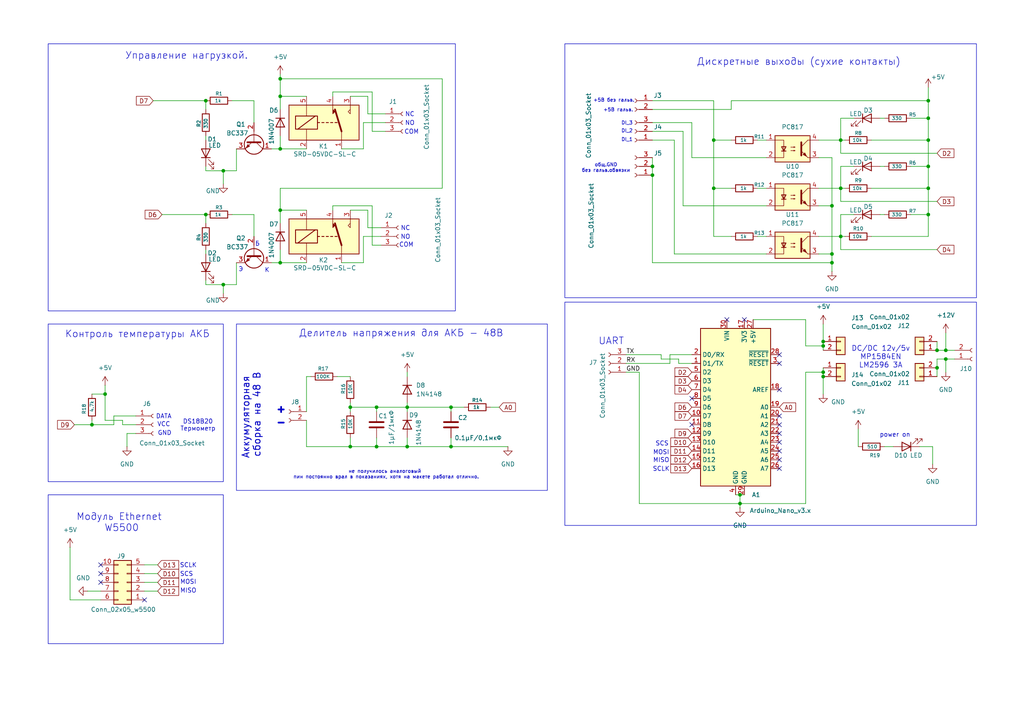
<source format=kicad_sch>
(kicad_sch (version 20250114) (generator "eeschema") (generator_version "9.0")
  (paper "A4")
  (lib_symbols
    (symbol "Connector:Conn_01x02_Socket" (pin_names (offset 1.016) (hide yes))
      (property "Reference" "J" (at 0 2.54 0))
      (property "Value" "Conn_01x02_Socket" (at 0 -5.08 0))
      (symbol "Conn_01x02_Socket_1_1"
        (pin passive line (at -5.08 0 0) (length 3.81) (name "Pin_1") (number "1"))
        (pin passive line (at -5.08 -2.54 0) (length 3.81) (name "Pin_2") (number "2"))
      )
    )
    (symbol "Connector:Conn_01x03_Socket" (pin_names (offset 1.016) (hide yes))
      (property "Reference" "J" (at 0 5.08 0))
      (property "Value" "Conn_01x03_Socket" (at 0 -5.08 0))
      (symbol "Conn_01x03_Socket_1_1"
        (pin passive line (at -5.08 2.54 0) (length 3.81) (name "Pin_1") (number "1"))
        (pin passive line (at -5.08 0 0) (length 3.81) (name "Pin_2") (number "2"))
        (pin passive line (at -5.08 -2.54 0) (length 3.81) (name "Pin_3") (number "3"))
      )
    )
    (symbol "Connector_Generic:Conn_01x02" (pin_names (offset 1.016) (hide yes))
      (property "Reference" "J" (at 0 2.54 0))
      (property "Value" "Conn_01x02" (at 0 -5.08 0))
      (symbol "Conn_01x02_1_1"
        (pin passive line (at -5.08 0 0) (length 3.81) (name "Pin_1") (number "1"))
        (pin passive line (at -5.08 -2.54 0) (length 3.81) (name "Pin_2") (number "2"))
      )
    )
    (symbol "Device:C" (pin_numbers (hide yes)) (pin_names (offset 0.254))
      (property "Reference" "C" (at 0.635 2.54 0))
      (property "Value" "C" (at 0.635 -2.54 0))
      (symbol "C_1_1"
        (pin passive line (at 0 3.81 270) (length 2.794) (name "~") (number "1"))
        (pin passive line (at 0 -3.81 90) (length 2.794) (name "~") (number "2"))
      )
    )
    (symbol "Device:LED" (pin_numbers (hide yes)) (pin_names (offset 1.016) (hide yes))
      (property "Reference" "D" (at 0 2.54 0))
      (property "Value" "LED" (at 0 -2.54 0))
      (symbol "LED_1_1"
        (pin passive line (at -3.81 0 0) (length 2.54) (name "K") (number "1"))
        (pin passive line (at 3.81 0 180) (length 2.54) (name "A") (number "2"))
      )
    )
    (symbol "Device:R" (pin_numbers (hide yes)) (pin_names (offset 0))
      (property "Reference" "R" (at 2.032 0 90))
      (property "Value" "R" (at 0 0 90))
      (symbol "R_1_1"
        (pin passive line (at 0 3.81 270) (length 1.27) (name "~") (number "1"))
        (pin passive line (at 0 -3.81 90) (length 1.27) (name "~") (number "2"))
      )
    )
    (symbol "Diode:1N4007" (pin_numbers (hide yes)) (pin_names (hide yes))
      (property "Reference" "D" (at 0 2.54 0))
      (property "Value" "1N4007" (at 0 -2.54 0))
      (symbol "1N4007_1_1"
        (pin passive line (at -3.81 0 0) (length 2.54) (name "K") (number "1"))
        (pin passive line (at 3.81 0 180) (length 2.54) (name "A") (number "2"))
      )
    )
    (symbol "Diode:1N4148" (pin_numbers (hide yes)) (pin_names (hide yes))
      (property "Reference" "D" (at 0 2.54 0))
      (property "Value" "1N4148" (at 0 -2.54 0))
      (symbol "1N4148_1_1"
        (pin passive line (at -3.81 0 0) (length 2.54) (name "K") (number "1"))
        (pin passive line (at 3.81 0 180) (length 2.54) (name "A") (number "2"))
      )
    )
    (symbol "Isolator:PC817" (pin_names (offset 1.016))
      (property "Reference" "U" (at -5.08 5.08 0))
      (property "Value" "PC817" (at 0 5.08 0))
      (symbol "PC817_1_1"
        (pin passive line (at -7.62 2.54 0) (length 2.54) (name "~") (number "1"))
        (pin passive line (at -7.62 -2.54 0) (length 2.54) (name "~") (number "2"))
        (pin passive line (at 7.62 2.54 180) (length 2.54) (name "~") (number "4"))
        (pin passive line (at 7.62 -2.54 180) (length 2.54) (name "~") (number "3"))
      )
    )
    (symbol "MCU_Module:Arduino_Nano_v3.x"
      (property "Reference" "A" (at -10.16 23.495 0))
      (property "Value" "Arduino_Nano_v3.x" (at 5.08 -24.13 0))
      (symbol "Arduino_Nano_v3.x_1_1"
        (pin bidirectional line (at -12.7 15.24 0) (length 2.54) (name "D0/RX") (number "2"))
        (pin bidirectional line (at -12.7 12.7 0) (length 2.54) (name "D1/TX") (number "1"))
        (pin bidirectional line (at -12.7 10.16 0) (length 2.54) (name "D2") (number "5"))
        (pin bidirectional line (at -12.7 7.62 0) (length 2.54) (name "D3") (number "6"))
        (pin bidirectional line (at -12.7 5.08 0) (length 2.54) (name "D4") (number "7"))
        (pin bidirectional line (at -12.7 2.54 0) (length 2.54) (name "D5") (number "8"))
        (pin bidirectional line (at -12.7 0 0) (length 2.54) (name "D6") (number "9"))
        (pin bidirectional line (at -12.7 -2.54 0) (length 2.54) (name "D7") (number "10"))
        (pin bidirectional line (at -12.7 -5.08 0) (length 2.54) (name "D8") (number "11"))
        (pin bidirectional line (at -12.7 -7.62 0) (length 2.54) (name "D9") (number "12"))
        (pin bidirectional line (at -12.7 -10.16 0) (length 2.54) (name "D10") (number "13"))
        (pin bidirectional line (at -12.7 -12.7 0) (length 2.54) (name "D11") (number "14"))
        (pin bidirectional line (at -12.7 -15.24 0) (length 2.54) (name "D12") (number "15"))
        (pin bidirectional line (at -12.7 -17.78 0) (length 2.54) (name "D13") (number "16"))
        (pin power_in line (at -2.54 25.4 270) (length 2.54) (name "VIN") (number "30"))
        (pin power_in line (at 0 -25.4 90) (length 2.54) (name "GND") (number "4"))
        (pin power_out line (at 2.54 25.4 270) (length 2.54) (name "3V3") (number "17"))
        (pin power_in line (at 2.54 -25.4 90) (length 2.54) (name "GND") (number "29"))
        (pin power_out line (at 5.08 25.4 270) (length 2.54) (name "+5V") (number "27"))
        (pin input line (at 12.7 15.24 180) (length 2.54) (name "~{RESET}") (number "28"))
        (pin input line (at 12.7 12.7 180) (length 2.54) (name "~{RESET}") (number "3"))
        (pin input line (at 12.7 5.08 180) (length 2.54) (name "AREF") (number "18"))
        (pin bidirectional line (at 12.7 0 180) (length 2.54) (name "A0") (number "19"))
        (pin bidirectional line (at 12.7 -2.54 180) (length 2.54) (name "A1") (number "20"))
        (pin bidirectional line (at 12.7 -5.08 180) (length 2.54) (name "A2") (number "21"))
        (pin bidirectional line (at 12.7 -7.62 180) (length 2.54) (name "A3") (number "22"))
        (pin bidirectional line (at 12.7 -10.16 180) (length 2.54) (name "A4") (number "23"))
        (pin bidirectional line (at 12.7 -12.7 180) (length 2.54) (name "A5") (number "24"))
        (pin bidirectional line (at 12.7 -15.24 180) (length 2.54) (name "A6") (number "25"))
        (pin bidirectional line (at 12.7 -17.78 180) (length 2.54) (name "A7") (number "26"))
      )
    )
    (symbol "Relay:SANYOU_SRD_Form_C"
      (property "Reference" "K" (at 11.43 3.81 0))
      (property "Value" "SANYOU_SRD_Form_C" (at 11.43 1.27 0))
      (symbol "SANYOU_SRD_Form_C_1_1"
        (pin passive line (at -5.08 7.62 270) (length 2.54) (name "~") (number "5"))
        (pin passive line (at -5.08 -7.62 90) (length 2.54) (name "~") (number "2"))
        (pin passive line (at 2.54 7.62 270) (length 2.54) (name "~") (number "4"))
        (pin passive line (at 5.08 -7.62 90) (length 2.54) (name "~") (number "1"))
        (pin passive line (at 7.62 7.62 270) (length 2.54) (name "~") (number "3"))
      )
    )
    (symbol "Transistor_BJT:BC337" (pin_names (offset 0) (hide yes))
      (property "Reference" "Q" (at 5.08 1.905 0))
      (property "Value" "BC337" (at 5.08 0 0))
      (symbol "BC337_1_1"
        (pin input line (at -5.08 0 0) (length 2.54) (name "B") (number "2"))
        (pin passive line (at 2.54 5.08 270) (length 2.54) (name "C") (number "1"))
        (pin passive line (at 2.54 -5.08 90) (length 2.54) (name "E") (number "3"))
      )
    )
    (symbol "module Arduino:Conn_02x05_w5500" (pin_names (offset 1.016) (hide yes))
      (property "Reference" "J" (at -7.62 1.27 90))
      (property "Value" "Conn_02x05_w5500" (at 7.62 1.27 90))
      (symbol "Conn_02x05_w5500_1_1"
        (pin passive line (at -5.08 7.62 270) (length 3.81) (name "+5") (number "6"))
        (pin passive line (at -5.08 -5.08 90) (length 3.81) (name "Pin_1") (number "1"))
        (pin passive line (at -2.54 7.62 270) (length 3.81) (name "GND") (number "7"))
        (pin passive line (at -2.54 -5.08 90) (length 3.81) (name "MISO") (number "2"))
        (pin passive line (at 0 7.62 270) (length 3.81) (name "Pin_8") (number "8"))
        (pin passive line (at 0 -5.08 90) (length 3.81) (name "MOSI") (number "3"))
        (pin passive line (at 2.54 7.62 270) (length 3.81) (name "Pin_9") (number "9"))
        (pin passive line (at 2.54 -5.08 90) (length 3.81) (name "SCS") (number "4"))
        (pin passive line (at 5.08 7.62 270) (length 3.81) (name "Pin_10") (number "10"))
        (pin passive line (at 5.08 -5.08 90) (length 3.81) (name "SCLK") (number "5"))
      )
    )
    (symbol "power:+12V" (power) (pin_numbers (hide yes)) (pin_names (offset 0) (hide yes))
      (property "Value" "+12V" (at 0 3.556 0))
      (symbol "+12V_1_1"
        (pin power_in line (at 0 0 90) (length 0) (name "~") (number "1"))
      )
    )
    (symbol "power:+5V" (power) (pin_numbers (hide yes)) (pin_names (offset 0) (hide yes))
      (property "Value" "+5V" (at 0 3.556 0))
      (symbol "+5V_1_1"
        (pin power_in line (at 0 0 90) (length 0) (name "~") (number "1"))
      )
    )
    (symbol "power:GND" (power) (pin_numbers (hide yes)) (pin_names (offset 0) (hide yes))
      (property "Value" "GND" (at 0 -3.81 0))
      (symbol "GND_1_1"
        (pin power_in line (at 0 0 270) (length 0) (name "~") (number "1"))
      )
    )
  )
  (rectangle (start 163.83 12.7) (end 283.21 86.36))
  (rectangle (start 163.83 87.63) (end 283.21 152.4))
  (rectangle (start 13.97 143.51) (end 64.77 186.69))
  (rectangle (start 13.97 12.7) (end 132.08 90.17))
  (rectangle (start 68.58 93.98) (end 158.75 142.24))
  (rectangle (start 13.97 93.98) (end 64.77 139.7))
  (text "Управление нагрузкой. " (at 54.864 16.256 0) (effects (font (size 2 2))))
  (text "SCS" (at 54.102 166.624 0) (effects (font (size 1.27 1.27))))
  (text "DI_3" (at 181.864 35.814 0) (effects (font (size 1 1))))
  (text "DI_2" (at 181.864 38.1 0) (effects (font (size 1 1))))
  (text "Аккумуляторная \nсборка на 48 В" (at 72.898 120.396 90) (effects (font (size 2 2) (thickness 0.25))))
  (text "Модуль Ethernet \nW5500\n" (at 35.306 151.638 0) (effects (font (size 2 2))))
  (text "COM" (at 117.856 71.12 0) (effects (font (size 1.27 1.27))))
  (text "UART" (at 177.292 99.06 0) (effects (font (size 2 2))))
  (text "COM" (at 119.38 38.354 0) (effects (font (size 1.27 1.27))))
  (text "SCLK" (at 54.61 164.084 0) (effects (font (size 1.27 1.27))))
  (text "DS18B20\nТермометр" (at 57.404 123.444 0) (effects (font (size 1.27 1.27))))
  (text "DATA" (at 47.498 120.904 0) (effects (font (size 1.27 1.27))))
  (text "SCLK" (at 191.77 136.144 0) (effects (font (size 1.27 1.27))))
  (text "SCS" (at 192.024 128.778 0) (effects (font (size 1.27 1.27))))
  (text "MOSI" (at 191.77 131.318 0) (effects (font (size 1.27 1.27))))
  (text "К" (at 77.47 78.486 0) (effects (font (size 1.27 1.27))))
  (text "NC" (at 117.602 66.294 0) (effects (font (size 1.27 1.27))))
  (text "VCC" (at 47.498 123.19 0) (effects (font (size 1.27 1.27))))
  (text "Контроль температуры АКБ" (at 39.878 97.028 0) (effects (font (size 2 2))))
  (text "Б" (at 74.676 70.866 0) (effects (font (size 1.27 1.27))))
  (text "GND" (at 47.752 125.73 0) (effects (font (size 1.27 1.27))))
  (text "MISO" (at 191.77 133.604 0) (effects (font (size 1.27 1.27))))
  (text "общ.GND\nбез гальв.обвязки" (at 175.768 48.768 0) (effects (font (size 1 1))))
  (text "+5В гальв." (at 179.324 32.004 0) (effects (font (size 1 1))))
  (text "NO" (at 118.872 35.814 0) (effects (font (size 1.27 1.27))))
  (text "+" (at 81.534 118.872 0) (effects (font (size 2 2) (thickness 0.8) (bold yes))))
  (text "Э" (at 69.85 78.232 0) (effects (font (size 1.27 1.27))))
  (text "DC/DC 12v/5v \nMP1584EN \nLM2596 3A " (at 256.032 103.632 0) (effects (font (size 1.5 1.5))))
  (text "MOSI" (at 54.61 168.91 0) (effects (font (size 1.27 1.27))))
  (text "DI_1" (at 181.864 40.64 0) (effects (font (size 1 1))))
  (text "NC" (at 118.872 33.274 0) (effects (font (size 1.27 1.27))))
  (text "-" (at 81.534 122.682 0) (effects (font (size 2 2) (thickness 0.8) (bold yes))))
  (text "NO" (at 117.602 68.834 0) (effects (font (size 1.27 1.27))))
  (text "+5В без гальв." (at 178.054 29.21 0) (effects (font (size 1 1))))
  (text "power on" (at 259.588 126.238 0) (effects (font (size 1.27 1.27))))
  (text "не получилось аналоговый \nпин постоянно врал в показаниях, хотя на макете работал отлично." (at 112.014 137.668 0) (effects (font (size 1 1))))
  (text "Дискретные выходы (сухие контакты) " (at 232.41 18.034 0) (effects (font (size 2 2))))
  (text "MISO" (at 54.61 171.45 0) (effects (font (size 1.27 1.27))))
  (text "Делитель напряжения для АКБ - 48В" (at 116.332 96.774 0) (effects (font (size 2 2))))
  (junction (at 81.28 76.2))
  (junction (at 30.48 114.3))
  (junction (at 207.01 54.61))
  (junction (at 118.11 118.11))
  (junction (at 241.3 76.2))
  (junction (at 130.81 118.11))
  (junction (at 274.32 101.6))
  (junction (at 241.3 59.69))
  (junction (at 189.23 48.26))
  (junction (at 214.63 143.51))
  (junction (at 101.6 118.11))
  (junction (at 243.84 68.58))
  (junction (at 238.76 100.33))
  (junction (at 243.84 40.64))
  (junction (at 269.24 34.29))
  (junction (at 269.24 54.61))
  (junction (at 189.23 50.8))
  (junction (at 269.24 40.64))
  (junction (at 238.76 109.22))
  (junction (at 238.76 99.06))
  (junction (at 81.28 22.86))
  (junction (at 64.77 49.53))
  (junction (at 109.22 129.54))
  (junction (at 64.77 82.55))
  (junction (at 207.01 40.64))
  (junction (at 130.81 129.54))
  (junction (at 241.3 73.66))
  (junction (at 101.6 129.54))
  (junction (at 109.22 118.11))
  (junction (at 26.67 123.19))
  (junction (at 81.28 43.18))
  (junction (at 81.28 60.96))
  (junction (at 274.32 104.14))
  (junction (at 238.76 107.95))
  (junction (at 269.24 29.21))
  (junction (at 243.84 54.61))
  (junction (at 59.69 29.21))
  (junction (at 269.24 62.23))
  (junction (at 118.11 129.54))
  (junction (at 269.24 48.26))
  (junction (at 59.69 62.23))
  (junction (at 81.28 27.94))
  (junction (at 214.63 146.05))
  (junction (at 271.78 101.6))
  (junction (at 271.78 106.68))
  (no_connect (at 226.06 125.73))
  (no_connect (at 226.06 128.27))
  (no_connect (at 29.21 163.83))
  (no_connect (at 41.91 173.99))
  (no_connect (at 200.66 123.19))
  (no_connect (at 200.66 115.57))
  (no_connect (at 226.06 130.81))
  (no_connect (at 29.21 168.91))
  (no_connect (at 226.06 113.03))
  (no_connect (at 226.06 102.87))
  (no_connect (at 215.9 92.71))
  (no_connect (at 226.06 135.89))
  (no_connect (at 29.21 166.37))
  (no_connect (at 226.06 120.65))
  (no_connect (at 210.82 92.71))
  (no_connect (at 226.06 123.19))
  (no_connect (at 226.06 133.35))
  (no_connect (at 226.06 105.41))
  (wire (pts (xy 274.32 104.14) (xy 271.78 104.14)))
  (wire (pts (xy 198.12 59.69) (xy 222.25 59.69)))
  (wire (pts (xy 81.28 22.86) (xy 81.28 27.94)))
  (wire (pts (xy 30.48 111.76) (xy 30.48 114.3)))
  (wire (pts (xy 274.32 96.52) (xy 274.32 101.6)))
  (wire (pts (xy 101.6 116.84) (xy 101.6 118.11)))
  (wire (pts (xy 111.76 38.1) (xy 107.95 38.1)))
  (wire (pts (xy 107.95 26.67) (xy 107.95 38.1)))
  (wire (pts (xy 106.68 27.94) (xy 106.68 33.02)))
  (wire (pts (xy 81.28 76.2) (xy 88.9 76.2)))
  (wire (pts (xy 73.66 62.23) (xy 67.31 62.23)))
  (wire (pts (xy 44.45 29.21) (xy 59.69 29.21)))
  (wire (pts (xy 243.84 34.29) (xy 243.84 40.64)))
  (wire (pts (xy 88.9 27.94) (xy 81.28 27.94)))
  (wire (pts (xy 194.31 102.87) (xy 200.66 102.87)))
  (wire (pts (xy 189.23 40.64) (xy 195.58 40.64)))
  (wire (pts (xy 269.24 25.4) (xy 269.24 29.21)))
  (wire (pts (xy 233.68 92.71) (xy 218.44 92.71)))
  (wire (pts (xy 73.66 29.21) (xy 67.31 29.21)))
  (wire (pts (xy 78.74 43.18) (xy 81.28 43.18)))
  (wire (pts (xy 130.81 127) (xy 130.81 129.54)))
  (wire (pts (xy 35.56 123.19) (xy 39.37 123.19)))
  (wire (pts (xy 81.28 22.86) (xy 128.27 22.86)))
  (wire (pts (xy 41.91 168.91) (xy 45.72 168.91)))
  (wire (pts (xy 81.28 54.61) (xy 81.28 60.96)))
  (wire (pts (xy 110.49 71.12) (xy 107.95 71.12)))
  (wire (pts (xy 107.95 59.69) (xy 107.95 71.12)))
  (wire (pts (xy 101.6 118.11) (xy 101.6 119.38)))
  (wire (pts (xy 30.48 121.92) (xy 35.56 121.92)))
  (wire (pts (xy 39.37 120.65) (xy 33.02 120.65)))
  (wire (pts (xy 233.68 146.05) (xy 233.68 107.95)))
  (wire (pts (xy 247.65 48.26) (xy 243.84 48.26)))
  (wire (pts (xy 101.6 127) (xy 101.6 129.54)))
  (wire (pts (xy 81.28 21.59) (xy 81.28 22.86)))
  (wire (pts (xy 238.76 99.06) (xy 238.76 100.33)))
  (wire (pts (xy 207.01 40.64) (xy 207.01 54.61)))
  (wire (pts (xy 247.65 62.23) (xy 243.84 62.23)))
  (wire (pts (xy 59.69 29.21) (xy 59.69 31.75)))
  (wire (pts (xy 130.81 129.54) (xy 147.32 129.54)))
  (wire (pts (xy 73.66 35.56) (xy 73.66 29.21)))
  (wire (pts (xy 255.27 62.23) (xy 256.54 62.23)))
  (wire (pts (xy 26.67 114.3) (xy 30.48 114.3)))
  (wire (pts (xy 191.77 102.87) (xy 181.61 102.87)))
  (wire (pts (xy 269.24 29.21) (xy 212.09 29.21)))
  (wire (pts (xy 195.58 73.66) (xy 222.25 73.66)))
  (wire (pts (xy 243.84 68.58) (xy 245.11 68.58)))
  (wire (pts (xy 252.73 54.61) (xy 269.24 54.61)))
  (wire (pts (xy 81.28 43.18) (xy 88.9 43.18)))
  (wire (pts (xy 105.41 68.58) (xy 105.41 76.2)))
  (wire (pts (xy 207.01 29.21) (xy 207.01 40.64)))
  (wire (pts (xy 105.41 68.58) (xy 110.49 68.58)))
  (wire (pts (xy 101.6 27.94) (xy 106.68 27.94)))
  (wire (pts (xy 264.16 62.23) (xy 269.24 62.23)))
  (wire (pts (xy 30.48 114.3) (xy 30.48 121.92)))
  (wire (pts (xy 247.65 34.29) (xy 243.84 34.29)))
  (wire (pts (xy 64.77 82.55) (xy 59.69 82.55)))
  (wire (pts (xy 266.7 129.54) (xy 270.51 129.54)))
  (wire (pts (xy 109.22 118.11) (xy 118.11 118.11)))
  (wire (pts (xy 200.66 45.72) (xy 222.25 45.72)))
  (wire (pts (xy 185.42 107.95) (xy 181.61 107.95)))
  (wire (pts (xy 195.58 40.64) (xy 195.58 73.66)))
  (wire (pts (xy 96.52 26.67) (xy 96.52 27.94)))
  (wire (pts (xy 33.02 123.19) (xy 26.67 123.19)))
  (wire (pts (xy 68.58 43.18) (xy 68.58 49.53)))
  (wire (pts (xy 21.59 123.19) (xy 26.67 123.19)))
  (wire (pts (xy 128.27 22.86) (xy 128.27 54.61)))
  (wire (pts (xy 59.69 49.53) (xy 64.77 49.53)))
  (wire (pts (xy 46.99 62.23) (xy 59.69 62.23)))
  (wire (pts (xy 41.91 171.45) (xy 45.72 171.45)))
  (wire (pts (xy 130.81 118.11) (xy 134.62 118.11)))
  (wire (pts (xy 68.58 76.2) (xy 68.58 82.55)))
  (wire (pts (xy 271.78 106.68) (xy 271.78 109.22)))
  (wire (pts (xy 20.32 173.99) (xy 29.21 173.99)))
  (wire (pts (xy 207.01 54.61) (xy 207.01 68.58)))
  (wire (pts (xy 105.41 35.56) (xy 111.76 35.56)))
  (wire (pts (xy 59.69 39.37) (xy 59.69 40.64)))
  (wire (pts (xy 274.32 101.6) (xy 271.78 101.6)))
  (wire (pts (xy 207.01 40.64) (xy 212.09 40.64)))
  (wire (pts (xy 233.68 107.95) (xy 238.76 107.95)))
  (wire (pts (xy 88.9 109.22) (xy 88.9 119.38)))
  (wire (pts (xy 271.78 99.06) (xy 271.78 101.6)))
  (wire (pts (xy 269.24 34.29) (xy 269.24 40.64)))
  (wire (pts (xy 88.9 60.96) (xy 81.28 60.96)))
  (wire (pts (xy 20.32 158.75) (xy 20.32 173.99)))
  (wire (pts (xy 237.49 54.61) (xy 243.84 54.61)))
  (wire (pts (xy 243.84 40.64) (xy 245.11 40.64)))
  (wire (pts (xy 194.31 105.41) (xy 194.31 102.87)))
  (wire (pts (xy 241.3 76.2) (xy 189.23 76.2)))
  (wire (pts (xy 214.63 146.05) (xy 185.42 146.05)))
  (wire (pts (xy 189.23 35.56) (xy 200.66 35.56)))
  (wire (pts (xy 181.61 105.41) (xy 194.31 105.41)))
  (wire (pts (xy 238.76 107.95) (xy 238.76 106.68)))
  (wire (pts (xy 212.09 31.75) (xy 189.23 31.75)))
  (wire (pts (xy 269.24 48.26) (xy 269.24 54.61)))
  (wire (pts (xy 243.84 68.58) (xy 243.84 72.39)))
  (wire (pts (xy 269.24 40.64) (xy 269.24 48.26)))
  (wire (pts (xy 81.28 72.39) (xy 81.28 76.2)))
  (wire (pts (xy 238.76 109.22) (xy 238.76 114.3)))
  (wire (pts (xy 241.3 76.2) (xy 241.3 78.74)))
  (wire (pts (xy 59.69 62.23) (xy 59.69 64.77)))
  (wire (pts (xy 219.71 54.61) (xy 222.25 54.61)))
  (wire (pts (xy 81.28 60.96) (xy 81.28 64.77)))
  (wire (pts (xy 276.86 101.6) (xy 274.32 101.6)))
  (wire (pts (xy 270.51 129.54) (xy 270.51 134.62)))
  (wire (pts (xy 200.66 105.41) (xy 196.85 105.41)))
  (wire (pts (xy 189.23 29.21) (xy 207.01 29.21)))
  (wire (pts (xy 219.71 68.58) (xy 222.25 68.58)))
  (wire (pts (xy 106.68 60.96) (xy 106.68 66.04)))
  (wire (pts (xy 200.66 35.56) (xy 200.66 45.72)))
  (wire (pts (xy 269.24 54.61) (xy 269.24 62.23)))
  (wire (pts (xy 36.83 125.73) (xy 39.37 125.73)))
  (wire (pts (xy 106.68 33.02) (xy 111.76 33.02)))
  (wire (pts (xy 238.76 100.33) (xy 233.68 100.33)))
  (wire (pts (xy 130.81 119.38) (xy 130.81 118.11)))
  (wire (pts (xy 59.69 82.55) (xy 59.69 81.28)))
  (wire (pts (xy 207.01 54.61) (xy 212.09 54.61)))
  (wire (pts (xy 109.22 129.54) (xy 118.11 129.54)))
  (wire (pts (xy 189.23 50.8) (xy 189.23 48.26)))
  (wire (pts (xy 243.84 44.45) (xy 271.78 44.45)))
  (wire (pts (xy 237.49 40.64) (xy 243.84 40.64)))
  (wire (pts (xy 196.85 105.41) (xy 196.85 104.14)))
  (wire (pts (xy 101.6 118.11) (xy 109.22 118.11)))
  (wire (pts (xy 214.63 143.51) (xy 214.63 146.05)))
  (wire (pts (xy 252.73 40.64) (xy 269.24 40.64)))
  (wire (pts (xy 144.78 118.11) (xy 142.24 118.11)))
  (wire (pts (xy 271.78 104.14) (xy 271.78 106.68)))
  (wire (pts (xy 256.54 129.54) (xy 259.08 129.54)))
  (wire (pts (xy 212.09 29.21) (xy 212.09 31.75)))
  (wire (pts (xy 99.06 43.18) (xy 105.41 43.18)))
  (wire (pts (xy 237.49 45.72) (xy 241.3 45.72)))
  (wire (pts (xy 96.52 59.69) (xy 96.52 60.96)))
  (wire (pts (xy 274.32 104.14) (xy 274.32 107.95)))
  (wire (pts (xy 191.77 102.87) (xy 191.77 104.14)))
  (wire (pts (xy 88.9 121.92) (xy 88.9 129.54)))
  (wire (pts (xy 243.84 54.61) (xy 243.84 58.42)))
  (wire (pts (xy 255.27 34.29) (xy 256.54 34.29)))
  (wire (pts (xy 189.23 38.1) (xy 198.12 38.1)))
  (wire (pts (xy 106.68 66.04) (xy 110.49 66.04)))
  (wire (pts (xy 105.41 35.56) (xy 105.41 43.18)))
  (wire (pts (xy 64.77 49.53) (xy 64.77 53.34)))
  (wire (pts (xy 241.3 73.66) (xy 241.3 76.2)))
  (wire (pts (xy 64.77 85.09) (xy 64.77 82.55)))
  (wire (pts (xy 101.6 60.96) (xy 106.68 60.96)))
  (wire (pts (xy 196.85 104.14) (xy 191.77 104.14)))
  (wire (pts (xy 243.84 40.64) (xy 243.84 44.45)))
  (wire (pts (xy 264.16 48.26) (xy 269.24 48.26)))
  (wire (pts (xy 109.22 119.38) (xy 109.22 118.11)))
  (wire (pts (xy 35.56 121.92) (xy 35.56 123.19)))
  (wire (pts (xy 101.6 129.54) (xy 109.22 129.54)))
  (wire (pts (xy 248.92 124.46) (xy 248.92 129.54)))
  (wire (pts (xy 189.23 45.72) (xy 189.23 48.26)))
  (wire (pts (xy 26.67 121.92) (xy 26.67 123.19)))
  (wire (pts (xy 96.52 59.69) (xy 107.95 59.69)))
  (wire (pts (xy 73.66 68.58) (xy 73.66 62.23)))
  (wire (pts (xy 64.77 49.53) (xy 68.58 49.53)))
  (wire (pts (xy 128.27 54.61) (xy 81.28 54.61)))
  (wire (pts (xy 118.11 107.95) (xy 118.11 109.22)))
  (wire (pts (xy 238.76 107.95) (xy 238.76 109.22)))
  (wire (pts (xy 207.01 68.58) (xy 212.09 68.58)))
  (wire (pts (xy 118.11 129.54) (xy 130.81 129.54)))
  (wire (pts (xy 237.49 73.66) (xy 241.3 73.66)))
  (wire (pts (xy 59.69 49.53) (xy 59.69 48.26)))
  (wire (pts (xy 78.74 76.2) (xy 81.28 76.2)))
  (wire (pts (xy 189.23 50.8) (xy 189.23 76.2)))
  (wire (pts (xy 213.36 143.51) (xy 214.63 143.51)))
  (wire (pts (xy 243.84 72.39) (xy 271.78 72.39)))
  (wire (pts (xy 99.06 76.2) (xy 105.41 76.2)))
  (wire (pts (xy 241.3 59.69) (xy 241.3 73.66)))
  (wire (pts (xy 36.83 129.54) (xy 36.83 125.73)))
  (wire (pts (xy 97.79 109.22) (xy 101.6 109.22)))
  (wire (pts (xy 118.11 116.84) (xy 118.11 118.11)))
  (wire (pts (xy 90.17 109.22) (xy 88.9 109.22)))
  (wire (pts (xy 233.68 100.33) (xy 233.68 92.71)))
  (wire (pts (xy 118.11 127) (xy 118.11 129.54)))
  (wire (pts (xy 118.11 118.11) (xy 118.11 119.38)))
  (wire (pts (xy 269.24 68.58) (xy 252.73 68.58)))
  (wire (pts (xy 41.91 166.37) (xy 45.72 166.37)))
  (wire (pts (xy 237.49 59.69) (xy 241.3 59.69)))
  (wire (pts (xy 269.24 62.23) (xy 269.24 68.58)))
  (wire (pts (xy 96.52 26.67) (xy 107.95 26.67)))
  (wire (pts (xy 219.71 40.64) (xy 222.25 40.64)))
  (wire (pts (xy 68.58 82.55) (xy 64.77 82.55)))
  (wire (pts (xy 276.86 104.14) (xy 274.32 104.14)))
  (wire (pts (xy 243.84 48.26) (xy 243.84 54.61)))
  (wire (pts (xy 59.69 72.39) (xy 59.69 73.66)))
  (wire (pts (xy 29.21 171.45) (xy 25.4 171.45)))
  (wire (pts (xy 214.63 143.51) (xy 215.9 143.51)))
  (wire (pts (xy 214.63 146.05) (xy 233.68 146.05)))
  (wire (pts (xy 238.76 100.33) (xy 238.76 101.6)))
  (wire (pts (xy 269.24 29.21) (xy 269.24 34.29)))
  (wire (pts (xy 185.42 146.05) (xy 185.42 107.95)))
  (wire (pts (xy 214.63 146.05) (xy 214.63 147.32)))
  (wire (pts (xy 33.02 120.65) (xy 33.02 123.19)))
  (wire (pts (xy 118.11 118.11) (xy 130.81 118.11)))
  (wire (pts (xy 255.27 48.26) (xy 256.54 48.26)))
  (wire (pts (xy 88.9 129.54) (xy 101.6 129.54)))
  (wire (pts (xy 243.84 58.42) (xy 271.78 58.42)))
  (wire (pts (xy 109.22 127) (xy 109.22 129.54)))
  (wire (pts (xy 241.3 45.72) (xy 241.3 59.69)))
  (wire (pts (xy 81.28 27.94) (xy 81.28 31.75)))
  (wire (pts (xy 243.84 54.61) (xy 245.11 54.61)))
  (wire (pts (xy 237.49 68.58) (xy 243.84 68.58)))
  (wire (pts (xy 41.91 163.83) (xy 45.72 163.83)))
  (wire (pts (xy 243.84 62.23) (xy 243.84 68.58)))
  (wire (pts (xy 81.28 39.37) (xy 81.28 43.18)))
  (wire (pts (xy 238.76 93.98) (xy 238.76 99.06)))
  (wire (pts (xy 198.12 38.1) (xy 198.12 59.69)))
  (wire (pts (xy 264.16 34.29) (xy 269.24 34.29)))
  (label "TX" (at 181.61 102.87 0))
  (label "RX" (at 181.61 105.41 0))
  (label "GND" (at 181.61 107.95 0))
  (global_label "D9" (shape input) (at 200.66 125.73 180) (property "Intersheetrefs" "${INTERSHEET_REFS}" (effects (hide yes))))
  (global_label "А0" (shape input) (at 226.06 118.11 0) (property "Intersheetrefs" "${INTERSHEET_REFS}" (effects (hide yes))))
  (global_label "D11" (shape input) (at 45.72 168.91 0) (property "Intersheetrefs" "${INTERSHEET_REFS}" (effects (hide yes))))
  (global_label "D4" (shape input) (at 271.78 72.39 0) (property "Intersheetrefs" "${INTERSHEET_REFS}" (effects (hide yes))))
  (global_label "D3" (shape input) (at 271.78 58.42 0) (property "Intersheetrefs" "${INTERSHEET_REFS}" (effects (hide yes))))
  (global_label "А0" (shape input) (at 144.78 118.11 0) (property "Intersheetrefs" "${INTERSHEET_REFS}" (effects (hide yes))))
  (global_label "D7" (shape input) (at 44.45 29.21 180) (property "Intersheetrefs" "${INTERSHEET_REFS}" (effects (hide yes))))
  (global_label "D2" (shape input) (at 200.66 107.95 180) (property "Intersheetrefs" "${INTERSHEET_REFS}" (effects (hide yes))))
  (global_label "D13" (shape input) (at 200.66 135.89 180) (property "Intersheetrefs" "${INTERSHEET_REFS}" (effects (hide yes))))
  (global_label "D3" (shape input) (at 200.66 110.49 180) (property "Intersheetrefs" "${INTERSHEET_REFS}" (effects (hide yes))))
  (global_label "D6" (shape input) (at 46.99 62.23 180) (property "Intersheetrefs" "${INTERSHEET_REFS}" (effects (hide yes))))
  (global_label "D4" (shape input) (at 200.66 113.03 180) (property "Intersheetrefs" "${INTERSHEET_REFS}" (effects (hide yes))))
  (global_label "D10" (shape input) (at 45.72 166.37 0) (property "Intersheetrefs" "${INTERSHEET_REFS}" (effects (hide yes))))
  (global_label "D7" (shape input) (at 200.66 120.65 180) (property "Intersheetrefs" "${INTERSHEET_REFS}" (effects (hide yes))))
  (global_label "D10" (shape input) (at 200.66 128.27 180) (property "Intersheetrefs" "${INTERSHEET_REFS}" (effects (hide yes))))
  (global_label "D12" (shape input) (at 200.66 133.35 180) (property "Intersheetrefs" "${INTERSHEET_REFS}" (effects (hide yes))))
  (global_label "D13" (shape input) (at 45.72 163.83 0) (property "Intersheetrefs" "${INTERSHEET_REFS}" (effects (hide yes))))
  (global_label "D12" (shape input) (at 45.72 171.45 0) (property "Intersheetrefs" "${INTERSHEET_REFS}" (effects (hide yes))))
  (global_label "D2" (shape input) (at 271.78 44.45 0) (property "Intersheetrefs" "${INTERSHEET_REFS}" (effects (hide yes))))
  (global_label "D9" (shape input) (at 21.59 123.19 180) (property "Intersheetrefs" "${INTERSHEET_REFS}" (effects (hide yes))))
  (global_label "D11" (shape input) (at 200.66 130.81 180) (property "Intersheetrefs" "${INTERSHEET_REFS}" (effects (hide yes))))
  (global_label "D6" (shape input) (at 200.66 118.11 180) (property "Intersheetrefs" "${INTERSHEET_REFS}" (effects (hide yes))))
  (symbol (lib_id "Device:R") (at 63.5 62.23 90) (mirror x) (unit 1)
    (property "Reference" "R3" (at 63.5 60.198 90) (effects (font (size 1 1))))
    (property "Value" "1k" (at 63.246 62.23 90) (effects (font (size 1 1))))
    (property "Footprint" "Resistor_THT:R_Axial_DIN0207_L6.3mm_D2.5mm_P10.16mm_Horizontal" (effects (hide yes)))
    (property "Description" "Resistor" (effects (hide yes)))
    (property "PartNumber" "RC0805FR-07510RL" (effects (hide yes)))
  )
  (symbol (lib_id "Diode:1N4007") (at 81.28 35.56 270) (unit 1)
    (property "Reference" "D6" (at 80.772 32.004 90) (effects (justify right)))
    (property "Value" "1N4007" (at 78.74 41.91 0) (effects (justify right)))
    (property "Footprint" "Diode_THT:D_DO-41_SOD81_P10.16mm_Horizontal" (effects (hide yes)))
    (property "Datasheet" "http://www.vishay.com/docs/88503/1n4001.pdf" (effects (hide yes)))
    (property "Description" "1000V 1A General Purpose Rectifier Diode, DO-41" (effects (hide yes)))
    (property "Sim.Device" "D" (effects (hide yes)))
    (property "Sim.Pins" "1=K 2=A" (effects (hide yes)))
  )
  (symbol (lib_id "power:GND") (at 36.83 129.54 0) (unit 1)
    (property "Reference" "#PWR06" (effects (hide yes)))
    (property "Value" "GND" (at 36.83 134.62 0))
    (property "Description" "Power symbol creates a global label with name \"GND\" , ground" (effects (hide yes)))
  )
  (symbol (lib_id "Isolator:PC817") (at 229.87 57.15 0) (unit 1)
    (property "Reference" "U10" (at 229.87 48.26 0))
    (property "Value" "PC817" (at 229.87 50.8 0))
    (property "Footprint" "Package_DIP:DIP-4_W7.62mm" (effects (hide yes)))
    (property "Datasheet" "http://www.soselectronic.cz/a_info/resource/d/pc817.pdf" (effects (hide yes)))
    (property "Description" "DC Optocoupler, Vce 35V, CTR 50-300%, DIP-4" (effects (hide yes)))
  )
  (symbol (lib_id "Device:R") (at 215.9 54.61 90) (mirror x) (unit 1)
    (property "Reference" "R12" (at 220.218 53.594 90) (effects (font (size 1 1))))
    (property "Value" "1k" (at 215.646 54.61 90) (effects (font (size 1 1))))
    (property "Footprint" "Resistor_THT:R_Axial_DIN0207_L6.3mm_D2.5mm_P10.16mm_Horizontal" (effects (hide yes)))
    (property "Description" "Resistor" (effects (hide yes)))
    (property "PartNumber" "RC0805FR-07510RL" (effects (hide yes)))
  )
  (symbol (lib_id "power:GND") (at 64.77 85.09 0) (unit 1)
    (property "Reference" "#PWR02" (effects (hide yes)))
    (property "Value" "GND" (at 61.722 87.122 0))
    (property "Description" "Power symbol creates a global label with name \"GND\" , ground" (effects (hide yes)))
  )
  (symbol (lib_id "Device:R") (at 59.69 68.58 0) (mirror x) (unit 1)
    (property "Reference" "R4" (at 57.658 68.834 90) (effects (font (size 1 1))))
    (property "Value" "330" (at 59.69 68.834 90) (effects (font (size 1 1))))
    (property "Footprint" "Resistor_THT:R_Axial_DIN0207_L6.3mm_D2.5mm_P10.16mm_Horizontal" (effects (hide yes)))
    (property "Description" "Resistor" (effects (hide yes)))
    (property "PartNumber" "RC0805FR-07510RL" (effects (hide yes)))
  )
  (symbol (lib_id "power:GND") (at 241.3 78.74 0) (unit 1)
    (property "Reference" "#PWR015" (effects (hide yes)))
    (property "Value" "GND" (at 241.3 83.82 0))
    (property "Description" "Power symbol creates a global label with name \"GND\" , ground" (effects (hide yes)))
  )
  (symbol (lib_id "Device:LED") (at 59.69 77.47 90) (unit 1)
    (property "Reference" "D2" (at 60.198 73.406 90) (effects (justify right)))
    (property "Value" "LED" (at 60.452 75.184 90) (effects (justify right)))
    (property "Footprint" "LED_THT:LED_D5.0mm_Clear" (effects (hide yes)))
    (property "Description" "Light emitting diode" (effects (hide yes)))
    (property "Sim.Pins" "1=K 2=A" (effects (hide yes)))
  )
  (symbol (lib_id "power:+5V") (at 81.28 21.59 0) (unit 1)
    (property "Reference" "#PWR03" (effects (hide yes)))
    (property "Value" "+5V" (at 81.28 16.51 0))
    (property "Description" "Power symbol creates a global label with name \"+5V\"" (effects (hide yes)))
  )
  (symbol (lib_id "Isolator:PC817") (at 229.87 43.18 0) (unit 1)
    (property "Reference" "U9" (effects (hide yes)))
    (property "Value" "PC817" (at 229.87 36.83 0))
    (property "Footprint" "Package_DIP:DIP-4_W7.62mm" (effects (hide yes)))
    (property "Datasheet" "http://www.soselectronic.cz/a_info/resource/d/pc817.pdf" (effects (hide yes)))
    (property "Description" "DC Optocoupler, Vce 35V, CTR 50-300%, DIP-4" (effects (hide yes)))
  )
  (symbol (lib_id "power:GND") (at 238.76 114.3 0) (unit 1)
    (property "Reference" "#PWR013" (effects (hide yes)))
    (property "Value" "GND" (at 243.078 116.586 0))
    (property "Description" "Power symbol creates a global label with name \"GND\" , ground" (effects (hide yes)))
  )
  (symbol (lib_id "Connector_Generic:Conn_01x02") (at 243.84 99.06 0) (unit 1)
    (property "Reference" "J13" (at 246.888 92.202 0) (effects (justify left)))
    (property "Value" "Conn_01x02" (at 246.888 94.742 0) (effects (justify left)))
    (property "Footprint" "Connector_PinSocket_2.54mm:PinSocket_1x02_P2.54mm_Vertical" (effects (hide yes)))
    (property "Description" "Generic connector, single row, 01x02, script generated (kicad-library-utils/schlib/autogen/connector/)" (effects (hide yes)))
  )
  (symbol (lib_id "power:GND") (at 214.63 147.32 0) (unit 1)
    (property "Reference" "#PWR08" (effects (hide yes)))
    (property "Value" "GND" (at 214.63 152.4 0))
    (property "Description" "Power symbol creates a global label with name \"GND\" , ground" (effects (hide yes)))
  )
  (symbol (lib_id "Device:R") (at 138.43 118.11 90) (mirror x) (unit 1)
    (property "Reference" "R14" (at 138.43 116.078 90) (effects (font (size 1 1))))
    (property "Value" "1k" (at 138.176 118.11 90) (effects (font (size 1 1))))
    (property "Footprint" "Resistor_THT:R_Axial_DIN0207_L6.3mm_D2.5mm_P10.16mm_Horizontal" (effects (hide yes)))
    (property "Description" "Resistor" (effects (hide yes)))
    (property "PartNumber" "RC0805FR-07510RL" (effects (hide yes)))
  )
  (symbol (lib_id "MCU_Module:Arduino_Nano_v3.x") (at 213.36 118.11 0) (unit 1)
    (property "Reference" "A1" (at 218.0433 143.51 0) (effects (justify left)))
    (property "Value" "Arduino_Nano_v3.x" (at 217.424 148.082 0) (effects (justify left)))
    (property "Footprint" "Module:Arduino_Nano" (effects (hide yes)))
    (property "Datasheet" "http://www.mouser.com/pdfdocs/Gravitech_Arduino_Nano3_0.pdf" (effects (hide yes)))
    (property "Description" "Arduino Nano v3.x" (effects (hide yes)))
  )
  (symbol (lib_id "power:+12V") (at 274.32 96.52 0) (unit 1)
    (property "Reference" "#PWR016" (effects (hide yes)))
    (property "Value" "+12V" (at 274.32 91.44 0))
    (property "Description" "Power symbol creates a global label with name \"+12V\"" (effects (hide yes)))
  )
  (symbol (lib_id "power:+5V") (at 118.11 107.95 0) (unit 1)
    (property "Reference" "#PWR011" (effects (hide yes)))
    (property "Value" "+5V" (at 118.11 102.87 0))
    (property "Description" "Power symbol creates a global label with name \"+5V\"" (effects (hide yes)))
  )
  (symbol (lib_id "Device:R") (at 26.67 118.11 0) (mirror y) (unit 1)
    (property "Reference" "R18" (at 24.384 118.618 90) (effects (font (size 1 1))))
    (property "Value" "4.7k" (at 26.67 117.856 90) (effects (font (size 1 1))))
    (property "Footprint" "Resistor_THT:R_Axial_DIN0207_L6.3mm_D2.5mm_P10.16mm_Horizontal" (effects (hide yes)))
    (property "Description" "Resistor" (effects (hide yes)))
    (property "PartNumber" "RC0805FR-07510RL" (effects (hide yes)))
  )
  (symbol (lib_id "power:+5V") (at 269.24 25.4 0) (unit 1)
    (property "Reference" "#PWR09" (effects (hide yes)))
    (property "Value" "+5V" (at 272.034 22.352 0))
    (property "Description" "Power symbol creates a global label with name \"+5V\"" (effects (hide yes)))
  )
  (symbol (lib_id "Connector:Conn_01x03_Socket") (at 184.15 48.26 180) (unit 1)
    (property "Reference" "J5" (at 192.024 44.45 0) (effects (justify left)))
    (property "Value" "Conn_01x03_Socket" (at 171.45 53.086 90) (effects (justify left)))
    (property "Footprint" "TerminalBlock_Phoenix:TerminalBlock_Phoenix_MKDS-1,5-3-5.08_1x03_P5.08mm_Horizontal" (effects (hide yes)))
    (property "Description" "Generic connector, single row, 01x03, script generated" (effects (hide yes)))
  )
  (symbol (lib_id "Device:R") (at 101.6 113.03 0) (mirror y) (unit 1)
    (property "Reference" "R16" (at 99.568 112.776 90) (effects (font (size 1 1))))
    (property "Value" "10K" (at 101.6 112.776 90) (effects (font (size 1 1))))
    (property "Footprint" "Resistor_THT:R_Axial_DIN0207_L6.3mm_D2.5mm_P10.16mm_Horizontal" (effects (hide yes)))
    (property "Description" "Resistor" (effects (hide yes)))
    (property "PartNumber" "RC0805FR-07510RL" (effects (hide yes)))
  )
  (symbol (lib_id "power:GND") (at 147.32 129.54 0) (unit 1)
    (property "Reference" "#PWR07" (effects (hide yes)))
    (property "Value" "GND" (at 147.32 134.62 0))
    (property "Description" "Power symbol creates a global label with name \"GND\" , ground" (effects (hide yes)))
  )
  (symbol (lib_id "Device:R") (at 59.69 35.56 0) (mirror x) (unit 1)
    (property "Reference" "R2" (at 57.658 35.814 90) (effects (font (size 1 1))))
    (property "Value" "330" (at 59.69 35.814 90) (effects (font (size 1 1))))
    (property "Footprint" "Resistor_THT:R_Axial_DIN0207_L6.3mm_D2.5mm_P10.16mm_Horizontal" (effects (hide yes)))
    (property "Description" "Resistor" (effects (hide yes)))
    (property "PartNumber" "RC0805FR-07510RL" (effects (hide yes)))
  )
  (symbol (lib_id "power:+5V") (at 238.76 93.98 0) (unit 1)
    (property "Reference" "#PWR012" (effects (hide yes)))
    (property "Value" "+5V" (at 238.76 88.9 0))
    (property "Description" "Power symbol creates a global label with name \"+5V\"" (effects (hide yes)))
  )
  (symbol (lib_id "power:+5V") (at 248.92 124.46 0) (unit 1)
    (property "Reference" "#PWR014" (effects (hide yes)))
    (property "Value" "+5V" (at 248.92 119.38 0))
    (property "Description" "Power symbol creates a global label with name \"+5V\"" (effects (hide yes)))
  )
  (symbol (lib_id "Device:R") (at 215.9 68.58 90) (mirror x) (unit 1)
    (property "Reference" "R13" (at 220.218 67.564 90) (effects (font (size 1 1))))
    (property "Value" "1k" (at 215.646 68.58 90) (effects (font (size 1 1))))
    (property "Footprint" "Resistor_THT:R_Axial_DIN0207_L6.3mm_D2.5mm_P10.16mm_Horizontal" (effects (hide yes)))
    (property "Description" "Resistor" (effects (hide yes)))
    (property "PartNumber" "RC0805FR-07510RL" (effects (hide yes)))
  )
  (symbol (lib_id "Device:R") (at 260.35 34.29 90) (mirror x) (unit 1)
    (property "Reference" "R5" (at 264.668 33.274 90) (effects (font (size 1 1))))
    (property "Value" "330" (at 260.096 34.29 90) (effects (font (size 1 1))))
    (property "Footprint" "Resistor_THT:R_Axial_DIN0207_L6.3mm_D2.5mm_P10.16mm_Horizontal" (effects (hide yes)))
    (property "Description" "Resistor" (effects (hide yes)))
    (property "PartNumber" "RC0805FR-07510RL" (effects (hide yes)))
  )
  (symbol (lib_id "power:GND") (at 64.77 53.34 0) (unit 1)
    (property "Reference" "#PWR01" (effects (hide yes)))
    (property "Value" "GND" (at 61.722 55.372 0))
    (property "Description" "Power symbol creates a global label with name \"GND\" , ground" (effects (hide yes)))
  )
  (symbol (lib_id "Connector:Conn_01x03_Socket") (at 116.84 35.56 0) (unit 1)
    (property "Reference" "J1" (at 112.776 29.464 0) (effects (justify left)))
    (property "Value" "Conn_01x03_Socket" (at 123.698 43.434 90) (effects (justify left)))
    (property "Footprint" "TerminalBlock_Phoenix:TerminalBlock_Phoenix_MKDS-1,5-3-5.08_1x03_P5.08mm_Horizontal" (effects (hide yes)))
    (property "Description" "Generic connector, single row, 01x03, script generated" (effects (hide yes)))
  )
  (symbol (lib_id "Device:R") (at 93.98 109.22 90) (mirror x) (unit 1)
    (property "Reference" "R17" (at 93.726 106.934 90) (effects (font (size 1 1))))
    (property "Value" "100K" (at 93.726 109.22 90) (effects (font (size 1 1))))
    (property "Footprint" "Resistor_THT:R_Axial_DIN0207_L6.3mm_D2.5mm_P10.16mm_Horizontal" (effects (hide yes)))
    (property "Description" "Resistor" (effects (hide yes)))
    (property "PartNumber" "RC0805FR-07510RL" (effects (hide yes)))
  )
  (symbol (lib_id "Device:R") (at 248.92 68.58 90) (mirror x) (unit 1)
    (property "Reference" "R10" (at 248.92 66.294 90) (effects (font (size 1 1))))
    (property "Value" "10k" (at 248.666 68.58 90) (effects (font (size 1 1))))
    (property "Footprint" "Resistor_THT:R_Axial_DIN0207_L6.3mm_D2.5mm_P10.16mm_Horizontal" (effects (hide yes)))
    (property "Description" "Resistor" (effects (hide yes)))
    (property "PartNumber" "RC0805FR-07510RL" (effects (hide yes)))
  )
  (symbol (lib_id "Device:R") (at 63.5 29.21 90) (mirror x) (unit 1)
    (property "Reference" "R1" (at 63.5 27.178 90) (effects (font (size 1 1))))
    (property "Value" "1k" (at 63.246 29.21 90) (effects (font (size 1 1))))
    (property "Footprint" "Resistor_THT:R_Axial_DIN0207_L6.3mm_D2.5mm_P10.16mm_Horizontal" (effects (hide yes)))
    (property "Description" "Resistor" (effects (hide yes)))
    (property "PartNumber" "RC0805FR-07510RL" (effects (hide yes)))
  )
  (symbol (lib_id "Device:LED") (at 251.46 34.29 0) (unit 1)
    (property "Reference" "D3" (at 250.444 32.004 0) (effects (justify left)))
    (property "Value" "LED" (at 246.38 33.02 0) (effects (justify left)))
    (property "Footprint" "LED_THT:LED_D5.0mm_Clear" (effects (hide yes)))
    (property "Description" "Light emitting diode" (effects (hide yes)))
    (property "Sim.Pins" "1=K 2=A" (effects (hide yes)))
  )
  (symbol (lib_id "Device:LED") (at 59.69 44.45 90) (unit 1)
    (property "Reference" "D1" (at 60.198 40.386 90) (effects (justify right)))
    (property "Value" "LED" (at 60.452 42.164 90) (effects (justify right)))
    (property "Footprint" "LED_THT:LED_D5.0mm_Clear" (effects (hide yes)))
    (property "Description" "Light emitting diode" (effects (hide yes)))
    (property "Sim.Pins" "1=K 2=A" (effects (hide yes)))
  )
  (symbol (lib_id "Device:C") (at 130.81 123.19 0) (unit 1)
    (property "Reference" "C2" (at 132.842 121.158 0) (effects (justify left)))
    (property "Value" "0.1µF/0,1мкФ" (at 131.826 127 0) (effects (justify left)))
    (property "Footprint" "Capacitor_THT:C_Disc_D7.5mm_W2.5mm_P5.00mm" (effects (hide yes)))
    (property "Description" "Unpolarized capacitor" (effects (hide yes)))
  )
  (symbol (lib_id "Relay:SANYOU_SRD_Form_C") (at 93.98 68.58 0) (unit 1)
    (property "Reference" "K2" (at 92.456 75.438 0) (effects (justify left)))
    (property "Value" "SRD-05VDC-SL-C" (at 85.09 77.724 0) (effects (justify left)))
    (property "Footprint" "Relay_THT:Relay_SPDT_SANYOU_SRD_Series_Form_C" (effects (hide yes)))
    (property "Datasheet" "http://www.sanyourelay.ca/public/products/pdf/SRD.pdf" (effects (hide yes)))
    (property "Description" "Sanyo SRD relay, Single Pole Miniature Power Relay," (effects (hide yes)))
  )
  (symbol (lib_id "Connector:Conn_01x02_Socket") (at 281.94 104.14 0) (mirror x) (unit 1)
    (property "Reference" "J10" (at 280.162 106.934 0))
    (property "Value" "Conn_01x02_Socket" (effects (hide yes)))
    (property "Footprint" "TerminalBlock_Phoenix:TerminalBlock_Phoenix_MKDS-1,5-2-5.08_1x02_P5.08mm_Horizontal" (effects (hide yes)))
    (property "Description" "Generic connector, single row, 01x02, script generated" (effects (hide yes)))
    (property "PartNumber" "KLS2-128-5.00-02P-4S" (effects (hide yes)))
  )
  (symbol (lib_id "Device:LED") (at 251.46 62.23 0) (unit 1)
    (property "Reference" "D5" (at 250.444 59.944 0) (effects (justify left)))
    (property "Value" "LED" (at 246.38 60.96 0) (effects (justify left)))
    (property "Footprint" "LED_THT:LED_D5.0mm_Clear" (effects (hide yes)))
    (property "Description" "Light emitting diode" (effects (hide yes)))
    (property "Sim.Pins" "1=K 2=A" (effects (hide yes)))
  )
  (symbol (lib_id "Device:R") (at 215.9 40.64 90) (mirror x) (unit 1)
    (property "Reference" "R11" (at 220.218 39.624 90) (effects (font (size 1 1))))
    (property "Value" "1k" (at 215.646 40.64 90) (effects (font (size 1 1))))
    (property "Footprint" "Resistor_THT:R_Axial_DIN0207_L6.3mm_D2.5mm_P10.16mm_Horizontal" (effects (hide yes)))
    (property "Description" "Resistor" (effects (hide yes)))
    (property "PartNumber" "RC0805FR-07510RL" (effects (hide yes)))
  )
  (symbol (lib_id "Connector:Conn_01x03_Socket") (at 184.15 38.1 180) (unit 1)
    (property "Reference" "J4" (at 192.024 36.83 0) (effects (justify left)))
    (property "Value" "Conn_01x03_Socket" (at 170.688 26.924 90) (effects (justify left)))
    (property "Footprint" "TerminalBlock_Phoenix:TerminalBlock_Phoenix_MKDS-1,5-3-5.08_1x03_P5.08mm_Horizontal" (effects (hide yes)))
    (property "Description" "Generic connector, single row, 01x03, script generated" (effects (hide yes)))
  )
  (symbol (lib_id "power:+5V") (at 30.48 111.76 0) (unit 1)
    (property "Reference" "#PWR010" (effects (hide yes)))
    (property "Value" "+5V" (at 30.48 106.68 0))
    (property "Description" "Power symbol creates a global label with name \"+5V\"" (effects (hide yes)))
  )
  (symbol (lib_id "Diode:1N4148") (at 118.11 123.19 270) (unit 1)
    (property "Reference" "D9" (at 118.618 120.396 90) (effects (justify left)))
    (property "Value" "1N4148" (at 121.412 121.666 0) (effects (justify left)))
    (property "Footprint" "Diode_THT:D_DO-35_SOD27_P7.62mm_Horizontal" (effects (hide yes)))
    (property "Datasheet" "https://assets.nexperia.com/documents/data-sheet/1N4148_1N4448.pdf" (effects (hide yes)))
    (property "Description" "100V 0.15A standard switching diode, DO-35" (effects (hide yes)))
    (property "Sim.Device" "D" (effects (hide yes)))
    (property "Sim.Pins" "1=K 2=A" (effects (hide yes)))
  )
  (symbol (lib_id "Device:R") (at 248.92 40.64 90) (mirror x) (unit 1)
    (property "Reference" "R8" (at 248.92 38.608 90) (effects (font (size 1 1))))
    (property "Value" "10k" (at 248.666 40.64 90) (effects (font (size 1 1))))
    (property "Footprint" "Resistor_THT:R_Axial_DIN0207_L6.3mm_D2.5mm_P10.16mm_Horizontal" (effects (hide yes)))
    (property "Description" "Resistor" (effects (hide yes)))
    (property "PartNumber" "RC0805FR-07510RL" (effects (hide yes)))
  )
  (symbol (lib_id "Device:C") (at 109.22 123.19 0) (unit 1)
    (property "Reference" "C1" (at 109.728 120.65 0) (effects (justify left)))
    (property "Value" "1µF/1мкФ" (at 113.538 129.032 90) (effects (justify left)))
    (property "Footprint" "Capacitor_THT:C_Rect_L4.6mm_W2.0mm_P2.50mm_MKS02_FKP02" (effects (hide yes)))
    (property "Description" "Unpolarized capacitor" (effects (hide yes)))
  )
  (symbol (lib_id "Device:R") (at 248.92 54.61 90) (mirror x) (unit 1)
    (property "Reference" "R9" (at 248.92 52.324 90) (effects (font (size 1 1))))
    (property "Value" "10k" (at 248.666 54.61 90) (effects (font (size 1 1))))
    (property "Footprint" "Resistor_THT:R_Axial_DIN0207_L6.3mm_D2.5mm_P10.16mm_Horizontal" (effects (hide yes)))
    (property "Description" "Resistor" (effects (hide yes)))
    (property "PartNumber" "RC0805FR-07510RL" (effects (hide yes)))
  )
  (symbol (lib_id "power:GND") (at 274.32 107.95 0) (unit 1)
    (property "Reference" "#PWR017" (effects (hide yes)))
    (property "Value" "GND" (at 274.32 113.03 0))
    (property "Description" "Power symbol creates a global label with name \"GND\" , ground" (effects (hide yes)))
  )
  (symbol (lib_id "Transistor_BJT:BC337") (at 73.66 73.66 270) (unit 1)
    (property "Reference" "Q2" (at 69.85 69.088 90))
    (property "Value" "BC337" (at 68.834 71.628 90))
    (property "Footprint" "Package_TO_SOT_THT:TO-92_Inline" (effects (hide yes)))
    (property "Datasheet" "https://diotec.com/tl_files/diotec/files/pdf/datasheets/bc337.pdf" (effects (hide yes)))
    (property "Description" "0.8A Ic, 45V Vce, NPN Transistor, TO-92" (effects (hide yes)))
  )
  (symbol (lib_id "Connector_Generic:Conn_01x02") (at 266.7 109.22 180) (unit 1)
    (property "Reference" "J11" (at 263.906 110.998 0) (effects (justify left)))
    (property "Value" "Conn_01x02" (at 263.906 108.458 0) (effects (justify left)))
    (property "Footprint" "Connector_PinSocket_2.54mm:PinSocket_1x02_P2.54mm_Vertical" (effects (hide yes)))
    (property "Description" "Generic connector, single row, 01x02, script generated (kicad-library-utils/schlib/autogen/connector/)" (effects (hide yes)))
  )
  (symbol (lib_id "Device:LED") (at 251.46 48.26 0) (unit 1)
    (property "Reference" "D4" (at 250.444 45.974 0) (effects (justify left)))
    (property "Value" "LED" (at 246.38 46.99 0) (effects (justify left)))
    (property "Footprint" "LED_THT:LED_D5.0mm_Clear" (effects (hide yes)))
    (property "Description" "Light emitting diode" (effects (hide yes)))
    (property "Sim.Pins" "1=K 2=A" (effects (hide yes)))
  )
  (symbol (lib_id "Diode:1N4007") (at 81.28 68.58 270) (unit 1)
    (property "Reference" "D7" (at 80.772 65.024 90) (effects (justify right)))
    (property "Value" "1N4007" (at 78.74 74.93 0) (effects (justify right)))
    (property "Footprint" "Diode_THT:D_DO-41_SOD81_P10.16mm_Horizontal" (effects (hide yes)))
    (property "Datasheet" "http://www.vishay.com/docs/88503/1n4001.pdf" (effects (hide yes)))
    (property "Description" "1000V 1A General Purpose Rectifier Diode, DO-41" (effects (hide yes)))
    (property "Sim.Device" "D" (effects (hide yes)))
    (property "Sim.Pins" "1=K 2=A" (effects (hide yes)))
  )
  (symbol (lib_id "Device:R") (at 260.35 62.23 90) (mirror x) (unit 1)
    (property "Reference" "R7" (at 264.668 61.214 90) (effects (font (size 1 1))))
    (property "Value" "330" (at 260.096 62.23 90) (effects (font (size 1 1))))
    (property "Footprint" "Resistor_THT:R_Axial_DIN0207_L6.3mm_D2.5mm_P10.16mm_Horizontal" (effects (hide yes)))
    (property "Description" "Resistor" (effects (hide yes)))
    (property "PartNumber" "RC0805FR-07510RL" (effects (hide yes)))
  )
  (symbol (lib_id "power:GND") (at 270.51 134.62 0) (unit 1)
    (property "Reference" "#PWR018" (effects (hide yes)))
    (property "Value" "GND" (at 270.51 139.7 0))
    (property "Description" "Power symbol creates a global label with name \"GND\" , ground" (effects (hide yes)))
  )
  (symbol (lib_id "Device:R") (at 101.6 123.19 0) (mirror y) (unit 1)
    (property "Reference" "R15" (at 99.568 122.936 90) (effects (font (size 1 1))))
    (property "Value" "10K" (at 101.6 122.936 90) (effects (font (size 1 1))))
    (property "Footprint" "Resistor_THT:R_Axial_DIN0207_L6.3mm_D2.5mm_P10.16mm_Horizontal" (effects (hide yes)))
    (property "Description" "Resistor" (effects (hide yes)))
    (property "PartNumber" "RC0805FR-07510RL" (effects (hide yes)))
  )
  (symbol (lib_id "Relay:SANYOU_SRD_Form_C") (at 93.98 35.56 0) (unit 1)
    (property "Reference" "K1" (at 92.456 42.418 0) (effects (justify left)))
    (property "Value" "SRD-05VDC-SL-C" (at 85.09 44.704 0) (effects (justify left)))
    (property "Footprint" "Relay_THT:Relay_SPDT_SANYOU_SRD_Series_Form_C" (effects (hide yes)))
    (property "Datasheet" "http://www.sanyourelay.ca/public/products/pdf/SRD.pdf" (effects (hide yes)))
    (property "Description" "Sanyo SRD relay, Single Pole Miniature Power Relay," (effects (hide yes)))
  )
  (symbol (lib_id "Diode:1N4148") (at 118.11 113.03 270) (unit 1)
    (property "Reference" "D8" (at 120.65 111.7599 90) (effects (justify left)))
    (property "Value" "1N4148" (at 120.65 114.2999 90) (effects (justify left)))
    (property "Footprint" "Diode_THT:D_DO-35_SOD27_P7.62mm_Horizontal" (effects (hide yes)))
    (property "Datasheet" "https://assets.nexperia.com/documents/data-sheet/1N4148_1N4448.pdf" (effects (hide yes)))
    (property "Description" "100V 0.15A standard switching diode, DO-35" (effects (hide yes)))
    (property "Sim.Device" "D" (effects (hide yes)))
    (property "Sim.Pins" "1=K 2=A" (effects (hide yes)))
  )
  (symbol (lib_id "module Arduino:Conn_02x05_w5500") (at 36.83 168.91 90) (unit 1)
    (property "Reference" "J9" (at 36.322 161.29 90) (effects (justify left)))
    (property "Value" "Conn_02x05_w5500" (at 45.212 176.784 90) (effects (justify left)))
    (property "Footprint" "Connector_PinSocket_2.54mm:PinSocket_2x05_P2.54mm_Vertical" (effects (hide yes)))
    (property "Description" "Generic connector, double row, 02x05, top/bottom pin numbering scheme (row 1: 1...pins_per_row, row2: pins_per_row+1 ... num_pins), script generated (kicad-library-utils/schlib/autogen/connector/)" (effects (hide yes)))
  )
  (symbol (lib_id "Connector:Conn_01x03_Socket") (at 44.45 123.19 0) (unit 1)
    (property "Reference" "J6" (at 41.402 117.094 0) (effects (justify left)))
    (property "Value" "Conn_01x03_Socket" (at 40.386 128.524 0) (effects (justify left)))
    (property "Footprint" "TerminalBlock_Phoenix:TerminalBlock_Phoenix_MKDS-1,5-3-5.08_1x03_P5.08mm_Horizontal" (effects (hide yes)))
    (property "Description" "Generic connector, single row, 01x03, script generated" (effects (hide yes)))
  )
  (symbol (lib_id "Connector:Conn_01x02_Socket") (at 184.15 29.21 0) (mirror y) (unit 1)
    (property "Reference" "J3" (at 190.754 27.686 0))
    (property "Value" "Conn_01x02_Socket" (effects (hide yes)))
    (property "Footprint" "TerminalBlock_Phoenix:TerminalBlock_Phoenix_MKDS-1,5-2-5.08_1x02_P5.08mm_Horizontal" (effects (hide yes)))
    (property "Description" "Generic connector, single row, 01x02, script generated" (effects (hide yes)))
    (property "PartNumber" "KLS2-128-5.00-02P-4S" (effects (hide yes)))
  )
  (symbol (lib_id "Connector:Conn_01x02_Socket") (at 83.82 119.38 0) (mirror y) (unit 1)
    (property "Reference" "J8" (at 85.598 116.586 0))
    (property "Value" "Conn_01x02_Socket" (effects (hide yes)))
    (property "Footprint" "TerminalBlock_MetzConnect:TerminalBlock_MetzConnect_Type703_RT10N02HGLU_1x02_P9.52mm_Horizontal" (effects (hide yes)))
    (property "Description" "Generic connector, single row, 01x02, script generated" (effects (hide yes)))
    (property "PartNumber" "KLS2-128-5.00-02P-4S" (effects (hide yes)))
  )
  (symbol (lib_id "Connector_Generic:Conn_01x02") (at 266.7 101.6 180) (unit 1)
    (property "Reference" "J12" (at 263.906 94.488 0) (effects (justify left)))
    (property "Value" "Conn_01x02" (at 263.906 91.948 0) (effects (justify left)))
    (property "Footprint" "Connector_PinSocket_2.54mm:PinSocket_1x02_P2.54mm_Vertical" (effects (hide yes)))
    (property "Description" "Generic connector, single row, 01x02, script generated (kicad-library-utils/schlib/autogen/connector/)" (effects (hide yes)))
  )
  (symbol (lib_id "Transistor_BJT:BC337") (at 73.66 40.64 270) (unit 1)
    (property "Reference" "Q1" (at 69.85 36.068 90))
    (property "Value" "BC337" (at 68.834 38.608 90))
    (property "Footprint" "Package_TO_SOT_THT:TO-92_Inline" (effects (hide yes)))
    (property "Datasheet" "https://diotec.com/tl_files/diotec/files/pdf/datasheets/bc337.pdf" (effects (hide yes)))
    (property "Description" "0.8A Ic, 45V Vce, NPN Transistor, TO-92" (effects (hide yes)))
  )
  (symbol (lib_id "Connector:Conn_01x03_Socket") (at 176.53 105.41 180) (unit 1)
    (property "Reference" "J7" (at 173.228 105.156 0) (effects (justify left)))
    (property "Value" "Conn_01x03_Socket" (at 174.752 102.362 90) (effects (justify left)))
    (property "Footprint" "Connector_PinSocket_2.54mm:PinSocket_1x03_P2.54mm_Vertical" (effects (hide yes)))
    (property "Description" "Generic connector, single row, 01x03, script generated" (effects (hide yes)))
  )
  (symbol (lib_id "Connector:Conn_01x03_Socket") (at 115.57 68.58 0) (unit 1)
    (property "Reference" "J2" (at 111.506 62.484 0) (effects (justify left)))
    (property "Value" "Conn_01x03_Socket" (at 127 76.2 90) (effects (justify left)))
    (property "Footprint" "TerminalBlock_Phoenix:TerminalBlock_Phoenix_MKDS-1,5-3-5.08_1x03_P5.08mm_Horizontal" (effects (hide yes)))
    (property "Description" "Generic connector, single row, 01x03, script generated" (effects (hide yes)))
  )
  (symbol (lib_id "Isolator:PC817") (at 229.87 71.12 0) (unit 1)
    (property "Reference" "U11" (at 229.87 62.23 0))
    (property "Value" "PC817" (at 229.87 64.77 0))
    (property "Footprint" "Package_DIP:DIP-4_W7.62mm" (effects (hide yes)))
    (property "Datasheet" "http://www.soselectronic.cz/a_info/resource/d/pc817.pdf" (effects (hide yes)))
    (property "Description" "DC Optocoupler, Vce 35V, CTR 50-300%, DIP-4" (effects (hide yes)))
  )
  (symbol (lib_id "Connector_Generic:Conn_01x02") (at 243.84 106.68 0) (unit 1)
    (property "Reference" "J14" (at 246.888 108.712 0) (effects (justify left)))
    (property "Value" "Conn_01x02" (at 246.888 111.252 0) (effects (justify left)))
    (property "Footprint" "Connector_PinSocket_2.54mm:PinSocket_1x02_P2.54mm_Vertical" (effects (hide yes)))
    (property "Description" "Generic connector, single row, 01x02, script generated (kicad-library-utils/schlib/autogen/connector/)" (effects (hide yes)))
  )
  (symbol (lib_id "Device:R") (at 260.35 48.26 90) (mirror x) (unit 1)
    (property "Reference" "R6" (at 264.668 47.244 90) (effects (font (size 1 1))))
    (property "Value" "330" (at 260.096 48.26 90) (effects (font (size 1 1))))
    (property "Footprint" "Resistor_THT:R_Axial_DIN0207_L6.3mm_D2.5mm_P10.16mm_Horizontal" (effects (hide yes)))
    (property "Description" "Resistor" (effects (hide yes)))
    (property "PartNumber" "RC0805FR-07510RL" (effects (hide yes)))
  )
  (symbol (lib_id "power:+5V") (at 20.32 158.75 0) (unit 1)
    (property "Reference" "#PWR05" (effects (hide yes)))
    (property "Value" "+5V" (at 20.32 153.67 0))
    (property "Description" "Power symbol creates a global label with name \"+5V\"" (effects (hide yes)))
  )
  (symbol (lib_id "Device:LED") (at 262.89 129.54 180) (unit 1)
    (property "Reference" "D10" (at 259.334 132.08 0) (effects (justify right)))
    (property "Value" "LED" (at 263.906 132.08 0) (effects (justify right)))
    (property "Footprint" "LED_THT:LED_D5.0mm_Clear" (effects (hide yes)))
    (property "Description" "Light emitting diode" (effects (hide yes)))
    (property "Sim.Pins" "1=K 2=A" (effects (hide yes)))
  )
  (symbol (lib_id "power:GND") (at 25.4 171.45 270) (unit 1)
    (property "Reference" "#PWR04" (effects (hide yes)))
    (property "Value" "GND" (at 24.13 167.64 90))
    (property "Description" "Power symbol creates a global label with name \"GND\" , ground" (effects (hide yes)))
  )
  (symbol (lib_id "Device:R") (at 252.73 129.54 270) (mirror x) (unit 1)
    (property "Reference" "R19" (at 253.746 132.08 90) (effects (font (size 1 1))))
    (property "Value" "510" (at 252.984 129.54 90) (effects (font (size 1 1))))
    (property "Footprint" "Resistor_THT:R_Axial_DIN0207_L6.3mm_D2.5mm_P10.16mm_Horizontal" (effects (hide yes)))
    (property "Description" "Resistor" (effects (hide yes)))
    (property "PartNumber" "RC0805FR-07510RL" (effects (hide yes)))
  )
)
</source>
